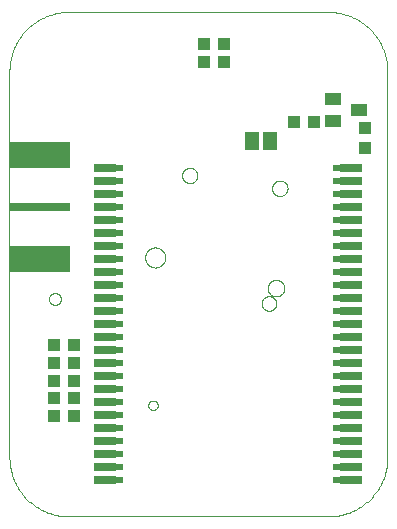
<source format=gbp>
G75*
%MOIN*%
%OFA0B0*%
%FSLAX25Y25*%
%IPPOS*%
%LPD*%
%AMOC8*
5,1,8,0,0,1.08239X$1,22.5*
%
%ADD10C,0.00000*%
%ADD11R,0.20000X0.03150*%
%ADD12R,0.20000X0.09000*%
%ADD13R,0.03937X0.04331*%
%ADD14R,0.04331X0.03937*%
%ADD15R,0.03150X0.02362*%
%ADD16R,0.07480X0.03150*%
%ADD17R,0.04600X0.06300*%
%ADD18R,0.05512X0.03937*%
D10*
X0114340Y0151282D02*
X0114340Y0280022D01*
X0114346Y0280498D01*
X0114363Y0280973D01*
X0114392Y0281448D01*
X0114432Y0281922D01*
X0114484Y0282395D01*
X0114547Y0282866D01*
X0114621Y0283336D01*
X0114707Y0283804D01*
X0114804Y0284270D01*
X0114912Y0284733D01*
X0115031Y0285193D01*
X0115162Y0285651D01*
X0115303Y0286105D01*
X0115456Y0286556D01*
X0115619Y0287002D01*
X0115793Y0287445D01*
X0115978Y0287883D01*
X0116173Y0288317D01*
X0116379Y0288746D01*
X0116595Y0289170D01*
X0116821Y0289589D01*
X0117057Y0290002D01*
X0117303Y0290409D01*
X0117559Y0290810D01*
X0117825Y0291204D01*
X0118100Y0291593D01*
X0118384Y0291974D01*
X0118677Y0292348D01*
X0118979Y0292716D01*
X0119291Y0293076D01*
X0119610Y0293428D01*
X0119938Y0293772D01*
X0120275Y0294109D01*
X0120619Y0294437D01*
X0120971Y0294756D01*
X0121331Y0295068D01*
X0121699Y0295370D01*
X0122073Y0295663D01*
X0122454Y0295947D01*
X0122843Y0296222D01*
X0123237Y0296488D01*
X0123638Y0296744D01*
X0124045Y0296990D01*
X0124458Y0297226D01*
X0124877Y0297452D01*
X0125301Y0297668D01*
X0125730Y0297874D01*
X0126164Y0298069D01*
X0126602Y0298254D01*
X0127045Y0298428D01*
X0127491Y0298591D01*
X0127942Y0298744D01*
X0128396Y0298885D01*
X0128854Y0299016D01*
X0129314Y0299135D01*
X0129777Y0299243D01*
X0130243Y0299340D01*
X0130711Y0299426D01*
X0131181Y0299500D01*
X0131652Y0299563D01*
X0132125Y0299615D01*
X0132599Y0299655D01*
X0133074Y0299684D01*
X0133549Y0299701D01*
X0134025Y0299707D01*
X0220639Y0299707D01*
X0221115Y0299701D01*
X0221590Y0299684D01*
X0222065Y0299655D01*
X0222539Y0299615D01*
X0223012Y0299563D01*
X0223483Y0299500D01*
X0223953Y0299426D01*
X0224421Y0299340D01*
X0224887Y0299243D01*
X0225350Y0299135D01*
X0225810Y0299016D01*
X0226268Y0298885D01*
X0226722Y0298744D01*
X0227173Y0298591D01*
X0227619Y0298428D01*
X0228062Y0298254D01*
X0228500Y0298069D01*
X0228934Y0297874D01*
X0229363Y0297668D01*
X0229787Y0297452D01*
X0230206Y0297226D01*
X0230619Y0296990D01*
X0231026Y0296744D01*
X0231427Y0296488D01*
X0231821Y0296222D01*
X0232210Y0295947D01*
X0232591Y0295663D01*
X0232965Y0295370D01*
X0233333Y0295068D01*
X0233693Y0294756D01*
X0234045Y0294437D01*
X0234389Y0294109D01*
X0234726Y0293772D01*
X0235054Y0293428D01*
X0235373Y0293076D01*
X0235685Y0292716D01*
X0235987Y0292348D01*
X0236280Y0291974D01*
X0236564Y0291593D01*
X0236839Y0291204D01*
X0237105Y0290810D01*
X0237361Y0290409D01*
X0237607Y0290002D01*
X0237843Y0289589D01*
X0238069Y0289170D01*
X0238285Y0288746D01*
X0238491Y0288317D01*
X0238686Y0287883D01*
X0238871Y0287445D01*
X0239045Y0287002D01*
X0239208Y0286556D01*
X0239361Y0286105D01*
X0239502Y0285651D01*
X0239633Y0285193D01*
X0239752Y0284733D01*
X0239860Y0284270D01*
X0239957Y0283804D01*
X0240043Y0283336D01*
X0240117Y0282866D01*
X0240180Y0282395D01*
X0240232Y0281922D01*
X0240272Y0281448D01*
X0240301Y0280973D01*
X0240318Y0280498D01*
X0240324Y0280022D01*
X0240324Y0151282D01*
X0240318Y0150806D01*
X0240301Y0150331D01*
X0240272Y0149856D01*
X0240232Y0149382D01*
X0240180Y0148909D01*
X0240117Y0148438D01*
X0240043Y0147968D01*
X0239957Y0147500D01*
X0239860Y0147034D01*
X0239752Y0146571D01*
X0239633Y0146111D01*
X0239502Y0145653D01*
X0239361Y0145199D01*
X0239208Y0144748D01*
X0239045Y0144302D01*
X0238871Y0143859D01*
X0238686Y0143421D01*
X0238491Y0142987D01*
X0238285Y0142558D01*
X0238069Y0142134D01*
X0237843Y0141715D01*
X0237607Y0141302D01*
X0237361Y0140895D01*
X0237105Y0140494D01*
X0236839Y0140100D01*
X0236564Y0139711D01*
X0236280Y0139330D01*
X0235987Y0138956D01*
X0235685Y0138588D01*
X0235373Y0138228D01*
X0235054Y0137876D01*
X0234726Y0137532D01*
X0234389Y0137195D01*
X0234045Y0136867D01*
X0233693Y0136548D01*
X0233333Y0136236D01*
X0232965Y0135934D01*
X0232591Y0135641D01*
X0232210Y0135357D01*
X0231821Y0135082D01*
X0231427Y0134816D01*
X0231026Y0134560D01*
X0230619Y0134314D01*
X0230206Y0134078D01*
X0229787Y0133852D01*
X0229363Y0133636D01*
X0228934Y0133430D01*
X0228500Y0133235D01*
X0228062Y0133050D01*
X0227619Y0132876D01*
X0227173Y0132713D01*
X0226722Y0132560D01*
X0226268Y0132419D01*
X0225810Y0132288D01*
X0225350Y0132169D01*
X0224887Y0132061D01*
X0224421Y0131964D01*
X0223953Y0131878D01*
X0223483Y0131804D01*
X0223012Y0131741D01*
X0222539Y0131689D01*
X0222065Y0131649D01*
X0221590Y0131620D01*
X0221115Y0131603D01*
X0220639Y0131597D01*
X0134025Y0131597D01*
X0133549Y0131603D01*
X0133074Y0131620D01*
X0132599Y0131649D01*
X0132125Y0131689D01*
X0131652Y0131741D01*
X0131181Y0131804D01*
X0130711Y0131878D01*
X0130243Y0131964D01*
X0129777Y0132061D01*
X0129314Y0132169D01*
X0128854Y0132288D01*
X0128396Y0132419D01*
X0127942Y0132560D01*
X0127491Y0132713D01*
X0127045Y0132876D01*
X0126602Y0133050D01*
X0126164Y0133235D01*
X0125730Y0133430D01*
X0125301Y0133636D01*
X0124877Y0133852D01*
X0124458Y0134078D01*
X0124045Y0134314D01*
X0123638Y0134560D01*
X0123237Y0134816D01*
X0122843Y0135082D01*
X0122454Y0135357D01*
X0122073Y0135641D01*
X0121699Y0135934D01*
X0121331Y0136236D01*
X0120971Y0136548D01*
X0120619Y0136867D01*
X0120275Y0137195D01*
X0119938Y0137532D01*
X0119610Y0137876D01*
X0119291Y0138228D01*
X0118979Y0138588D01*
X0118677Y0138956D01*
X0118384Y0139330D01*
X0118100Y0139711D01*
X0117825Y0140100D01*
X0117559Y0140494D01*
X0117303Y0140895D01*
X0117057Y0141302D01*
X0116821Y0141715D01*
X0116595Y0142134D01*
X0116379Y0142558D01*
X0116173Y0142987D01*
X0115978Y0143421D01*
X0115793Y0143859D01*
X0115619Y0144302D01*
X0115456Y0144748D01*
X0115303Y0145199D01*
X0115162Y0145653D01*
X0115031Y0146111D01*
X0114912Y0146571D01*
X0114804Y0147034D01*
X0114707Y0147500D01*
X0114621Y0147968D01*
X0114547Y0148438D01*
X0114484Y0148909D01*
X0114432Y0149382D01*
X0114392Y0149856D01*
X0114363Y0150331D01*
X0114346Y0150806D01*
X0114340Y0151282D01*
X0127528Y0204038D02*
X0127530Y0204126D01*
X0127536Y0204214D01*
X0127546Y0204302D01*
X0127560Y0204390D01*
X0127577Y0204476D01*
X0127599Y0204562D01*
X0127624Y0204646D01*
X0127654Y0204730D01*
X0127686Y0204812D01*
X0127723Y0204892D01*
X0127763Y0204971D01*
X0127807Y0205048D01*
X0127854Y0205123D01*
X0127904Y0205195D01*
X0127958Y0205266D01*
X0128014Y0205333D01*
X0128074Y0205399D01*
X0128136Y0205461D01*
X0128202Y0205521D01*
X0128269Y0205577D01*
X0128340Y0205631D01*
X0128412Y0205681D01*
X0128487Y0205728D01*
X0128564Y0205772D01*
X0128643Y0205812D01*
X0128723Y0205849D01*
X0128805Y0205881D01*
X0128889Y0205911D01*
X0128973Y0205936D01*
X0129059Y0205958D01*
X0129145Y0205975D01*
X0129233Y0205989D01*
X0129321Y0205999D01*
X0129409Y0206005D01*
X0129497Y0206007D01*
X0129585Y0206005D01*
X0129673Y0205999D01*
X0129761Y0205989D01*
X0129849Y0205975D01*
X0129935Y0205958D01*
X0130021Y0205936D01*
X0130105Y0205911D01*
X0130189Y0205881D01*
X0130271Y0205849D01*
X0130351Y0205812D01*
X0130430Y0205772D01*
X0130507Y0205728D01*
X0130582Y0205681D01*
X0130654Y0205631D01*
X0130725Y0205577D01*
X0130792Y0205521D01*
X0130858Y0205461D01*
X0130920Y0205399D01*
X0130980Y0205333D01*
X0131036Y0205266D01*
X0131090Y0205195D01*
X0131140Y0205123D01*
X0131187Y0205048D01*
X0131231Y0204971D01*
X0131271Y0204892D01*
X0131308Y0204812D01*
X0131340Y0204730D01*
X0131370Y0204646D01*
X0131395Y0204562D01*
X0131417Y0204476D01*
X0131434Y0204390D01*
X0131448Y0204302D01*
X0131458Y0204214D01*
X0131464Y0204126D01*
X0131466Y0204038D01*
X0131464Y0203950D01*
X0131458Y0203862D01*
X0131448Y0203774D01*
X0131434Y0203686D01*
X0131417Y0203600D01*
X0131395Y0203514D01*
X0131370Y0203430D01*
X0131340Y0203346D01*
X0131308Y0203264D01*
X0131271Y0203184D01*
X0131231Y0203105D01*
X0131187Y0203028D01*
X0131140Y0202953D01*
X0131090Y0202881D01*
X0131036Y0202810D01*
X0130980Y0202743D01*
X0130920Y0202677D01*
X0130858Y0202615D01*
X0130792Y0202555D01*
X0130725Y0202499D01*
X0130654Y0202445D01*
X0130582Y0202395D01*
X0130507Y0202348D01*
X0130430Y0202304D01*
X0130351Y0202264D01*
X0130271Y0202227D01*
X0130189Y0202195D01*
X0130105Y0202165D01*
X0130021Y0202140D01*
X0129935Y0202118D01*
X0129849Y0202101D01*
X0129761Y0202087D01*
X0129673Y0202077D01*
X0129585Y0202071D01*
X0129497Y0202069D01*
X0129409Y0202071D01*
X0129321Y0202077D01*
X0129233Y0202087D01*
X0129145Y0202101D01*
X0129059Y0202118D01*
X0128973Y0202140D01*
X0128889Y0202165D01*
X0128805Y0202195D01*
X0128723Y0202227D01*
X0128643Y0202264D01*
X0128564Y0202304D01*
X0128487Y0202348D01*
X0128412Y0202395D01*
X0128340Y0202445D01*
X0128269Y0202499D01*
X0128202Y0202555D01*
X0128136Y0202615D01*
X0128074Y0202677D01*
X0128014Y0202743D01*
X0127958Y0202810D01*
X0127904Y0202881D01*
X0127854Y0202953D01*
X0127807Y0203028D01*
X0127763Y0203105D01*
X0127723Y0203184D01*
X0127686Y0203264D01*
X0127654Y0203346D01*
X0127624Y0203430D01*
X0127599Y0203514D01*
X0127577Y0203600D01*
X0127560Y0203686D01*
X0127546Y0203774D01*
X0127536Y0203862D01*
X0127530Y0203950D01*
X0127528Y0204038D01*
X0114340Y0212747D02*
X0114340Y0256747D01*
X0159576Y0217896D02*
X0159578Y0218011D01*
X0159584Y0218127D01*
X0159594Y0218242D01*
X0159608Y0218357D01*
X0159626Y0218471D01*
X0159648Y0218584D01*
X0159673Y0218697D01*
X0159703Y0218808D01*
X0159736Y0218919D01*
X0159773Y0219028D01*
X0159814Y0219136D01*
X0159859Y0219243D01*
X0159907Y0219348D01*
X0159959Y0219451D01*
X0160015Y0219552D01*
X0160074Y0219652D01*
X0160136Y0219749D01*
X0160202Y0219844D01*
X0160270Y0219937D01*
X0160342Y0220027D01*
X0160417Y0220115D01*
X0160496Y0220200D01*
X0160577Y0220282D01*
X0160660Y0220362D01*
X0160747Y0220438D01*
X0160836Y0220512D01*
X0160927Y0220582D01*
X0161021Y0220650D01*
X0161117Y0220714D01*
X0161216Y0220774D01*
X0161316Y0220831D01*
X0161418Y0220885D01*
X0161522Y0220935D01*
X0161628Y0220982D01*
X0161735Y0221025D01*
X0161844Y0221064D01*
X0161954Y0221099D01*
X0162065Y0221130D01*
X0162177Y0221158D01*
X0162290Y0221182D01*
X0162404Y0221202D01*
X0162519Y0221218D01*
X0162634Y0221230D01*
X0162749Y0221238D01*
X0162864Y0221242D01*
X0162980Y0221242D01*
X0163095Y0221238D01*
X0163210Y0221230D01*
X0163325Y0221218D01*
X0163440Y0221202D01*
X0163554Y0221182D01*
X0163667Y0221158D01*
X0163779Y0221130D01*
X0163890Y0221099D01*
X0164000Y0221064D01*
X0164109Y0221025D01*
X0164216Y0220982D01*
X0164322Y0220935D01*
X0164426Y0220885D01*
X0164528Y0220831D01*
X0164628Y0220774D01*
X0164727Y0220714D01*
X0164823Y0220650D01*
X0164917Y0220582D01*
X0165008Y0220512D01*
X0165097Y0220438D01*
X0165184Y0220362D01*
X0165267Y0220282D01*
X0165348Y0220200D01*
X0165427Y0220115D01*
X0165502Y0220027D01*
X0165574Y0219937D01*
X0165642Y0219844D01*
X0165708Y0219749D01*
X0165770Y0219652D01*
X0165829Y0219552D01*
X0165885Y0219451D01*
X0165937Y0219348D01*
X0165985Y0219243D01*
X0166030Y0219136D01*
X0166071Y0219028D01*
X0166108Y0218919D01*
X0166141Y0218808D01*
X0166171Y0218697D01*
X0166196Y0218584D01*
X0166218Y0218471D01*
X0166236Y0218357D01*
X0166250Y0218242D01*
X0166260Y0218127D01*
X0166266Y0218011D01*
X0166268Y0217896D01*
X0166266Y0217781D01*
X0166260Y0217665D01*
X0166250Y0217550D01*
X0166236Y0217435D01*
X0166218Y0217321D01*
X0166196Y0217208D01*
X0166171Y0217095D01*
X0166141Y0216984D01*
X0166108Y0216873D01*
X0166071Y0216764D01*
X0166030Y0216656D01*
X0165985Y0216549D01*
X0165937Y0216444D01*
X0165885Y0216341D01*
X0165829Y0216240D01*
X0165770Y0216140D01*
X0165708Y0216043D01*
X0165642Y0215948D01*
X0165574Y0215855D01*
X0165502Y0215765D01*
X0165427Y0215677D01*
X0165348Y0215592D01*
X0165267Y0215510D01*
X0165184Y0215430D01*
X0165097Y0215354D01*
X0165008Y0215280D01*
X0164917Y0215210D01*
X0164823Y0215142D01*
X0164727Y0215078D01*
X0164628Y0215018D01*
X0164528Y0214961D01*
X0164426Y0214907D01*
X0164322Y0214857D01*
X0164216Y0214810D01*
X0164109Y0214767D01*
X0164000Y0214728D01*
X0163890Y0214693D01*
X0163779Y0214662D01*
X0163667Y0214634D01*
X0163554Y0214610D01*
X0163440Y0214590D01*
X0163325Y0214574D01*
X0163210Y0214562D01*
X0163095Y0214554D01*
X0162980Y0214550D01*
X0162864Y0214550D01*
X0162749Y0214554D01*
X0162634Y0214562D01*
X0162519Y0214574D01*
X0162404Y0214590D01*
X0162290Y0214610D01*
X0162177Y0214634D01*
X0162065Y0214662D01*
X0161954Y0214693D01*
X0161844Y0214728D01*
X0161735Y0214767D01*
X0161628Y0214810D01*
X0161522Y0214857D01*
X0161418Y0214907D01*
X0161316Y0214961D01*
X0161216Y0215018D01*
X0161117Y0215078D01*
X0161021Y0215142D01*
X0160927Y0215210D01*
X0160836Y0215280D01*
X0160747Y0215354D01*
X0160660Y0215430D01*
X0160577Y0215510D01*
X0160496Y0215592D01*
X0160417Y0215677D01*
X0160342Y0215765D01*
X0160270Y0215855D01*
X0160202Y0215948D01*
X0160136Y0216043D01*
X0160074Y0216140D01*
X0160015Y0216240D01*
X0159959Y0216341D01*
X0159907Y0216444D01*
X0159859Y0216549D01*
X0159814Y0216656D01*
X0159773Y0216764D01*
X0159736Y0216873D01*
X0159703Y0216984D01*
X0159673Y0217095D01*
X0159648Y0217208D01*
X0159626Y0217321D01*
X0159608Y0217435D01*
X0159594Y0217550D01*
X0159584Y0217665D01*
X0159578Y0217781D01*
X0159576Y0217896D01*
X0171919Y0245219D02*
X0171921Y0245319D01*
X0171927Y0245419D01*
X0171937Y0245519D01*
X0171951Y0245619D01*
X0171968Y0245717D01*
X0171990Y0245815D01*
X0172016Y0245912D01*
X0172045Y0246008D01*
X0172078Y0246103D01*
X0172115Y0246196D01*
X0172155Y0246288D01*
X0172199Y0246378D01*
X0172247Y0246467D01*
X0172298Y0246553D01*
X0172352Y0246637D01*
X0172410Y0246719D01*
X0172471Y0246799D01*
X0172535Y0246877D01*
X0172602Y0246951D01*
X0172672Y0247023D01*
X0172744Y0247092D01*
X0172820Y0247159D01*
X0172897Y0247222D01*
X0172978Y0247282D01*
X0173060Y0247339D01*
X0173145Y0247392D01*
X0173232Y0247442D01*
X0173321Y0247489D01*
X0173412Y0247532D01*
X0173504Y0247572D01*
X0173597Y0247608D01*
X0173693Y0247640D01*
X0173789Y0247668D01*
X0173886Y0247693D01*
X0173984Y0247713D01*
X0174083Y0247730D01*
X0174183Y0247743D01*
X0174283Y0247752D01*
X0174383Y0247757D01*
X0174483Y0247758D01*
X0174583Y0247755D01*
X0174683Y0247748D01*
X0174783Y0247737D01*
X0174882Y0247722D01*
X0174981Y0247704D01*
X0175079Y0247681D01*
X0175176Y0247655D01*
X0175271Y0247624D01*
X0175366Y0247590D01*
X0175459Y0247553D01*
X0175550Y0247511D01*
X0175640Y0247466D01*
X0175728Y0247418D01*
X0175813Y0247366D01*
X0175897Y0247311D01*
X0175979Y0247252D01*
X0176058Y0247191D01*
X0176134Y0247126D01*
X0176208Y0247058D01*
X0176280Y0246988D01*
X0176348Y0246914D01*
X0176414Y0246838D01*
X0176476Y0246760D01*
X0176535Y0246679D01*
X0176591Y0246596D01*
X0176644Y0246510D01*
X0176693Y0246423D01*
X0176739Y0246334D01*
X0176782Y0246243D01*
X0176820Y0246150D01*
X0176855Y0246056D01*
X0176886Y0245961D01*
X0176914Y0245864D01*
X0176937Y0245766D01*
X0176957Y0245668D01*
X0176973Y0245569D01*
X0176985Y0245469D01*
X0176993Y0245369D01*
X0176997Y0245269D01*
X0176997Y0245169D01*
X0176993Y0245069D01*
X0176985Y0244969D01*
X0176973Y0244869D01*
X0176957Y0244770D01*
X0176937Y0244672D01*
X0176914Y0244574D01*
X0176886Y0244477D01*
X0176855Y0244382D01*
X0176820Y0244288D01*
X0176782Y0244195D01*
X0176739Y0244104D01*
X0176693Y0244015D01*
X0176644Y0243928D01*
X0176591Y0243842D01*
X0176535Y0243759D01*
X0176476Y0243678D01*
X0176414Y0243600D01*
X0176348Y0243524D01*
X0176280Y0243450D01*
X0176208Y0243380D01*
X0176134Y0243312D01*
X0176058Y0243247D01*
X0175979Y0243186D01*
X0175897Y0243127D01*
X0175813Y0243072D01*
X0175727Y0243020D01*
X0175640Y0242972D01*
X0175550Y0242927D01*
X0175459Y0242885D01*
X0175366Y0242848D01*
X0175271Y0242814D01*
X0175176Y0242783D01*
X0175079Y0242757D01*
X0174981Y0242734D01*
X0174882Y0242716D01*
X0174783Y0242701D01*
X0174683Y0242690D01*
X0174583Y0242683D01*
X0174483Y0242680D01*
X0174383Y0242681D01*
X0174283Y0242686D01*
X0174183Y0242695D01*
X0174083Y0242708D01*
X0173984Y0242725D01*
X0173886Y0242745D01*
X0173789Y0242770D01*
X0173693Y0242798D01*
X0173597Y0242830D01*
X0173504Y0242866D01*
X0173412Y0242906D01*
X0173321Y0242949D01*
X0173232Y0242996D01*
X0173145Y0243046D01*
X0173060Y0243099D01*
X0172978Y0243156D01*
X0172897Y0243216D01*
X0172820Y0243279D01*
X0172744Y0243346D01*
X0172672Y0243415D01*
X0172602Y0243487D01*
X0172535Y0243561D01*
X0172471Y0243639D01*
X0172410Y0243719D01*
X0172352Y0243801D01*
X0172298Y0243885D01*
X0172247Y0243971D01*
X0172199Y0244060D01*
X0172155Y0244150D01*
X0172115Y0244242D01*
X0172078Y0244335D01*
X0172045Y0244430D01*
X0172016Y0244526D01*
X0171990Y0244623D01*
X0171968Y0244721D01*
X0171951Y0244819D01*
X0171937Y0244919D01*
X0171927Y0245019D01*
X0171921Y0245119D01*
X0171919Y0245219D01*
X0201879Y0240967D02*
X0201881Y0241068D01*
X0201887Y0241169D01*
X0201897Y0241270D01*
X0201911Y0241370D01*
X0201929Y0241470D01*
X0201950Y0241569D01*
X0201976Y0241667D01*
X0202005Y0241764D01*
X0202038Y0241860D01*
X0202075Y0241954D01*
X0202116Y0242047D01*
X0202160Y0242138D01*
X0202208Y0242227D01*
X0202259Y0242315D01*
X0202314Y0242400D01*
X0202372Y0242483D01*
X0202433Y0242564D01*
X0202497Y0242642D01*
X0202564Y0242718D01*
X0202634Y0242791D01*
X0202707Y0242861D01*
X0202783Y0242928D01*
X0202861Y0242992D01*
X0202942Y0243053D01*
X0203025Y0243111D01*
X0203110Y0243166D01*
X0203198Y0243217D01*
X0203287Y0243265D01*
X0203378Y0243309D01*
X0203471Y0243350D01*
X0203565Y0243387D01*
X0203661Y0243420D01*
X0203758Y0243449D01*
X0203856Y0243475D01*
X0203955Y0243496D01*
X0204055Y0243514D01*
X0204155Y0243528D01*
X0204256Y0243538D01*
X0204357Y0243544D01*
X0204458Y0243546D01*
X0204559Y0243544D01*
X0204660Y0243538D01*
X0204761Y0243528D01*
X0204861Y0243514D01*
X0204961Y0243496D01*
X0205060Y0243475D01*
X0205158Y0243449D01*
X0205255Y0243420D01*
X0205351Y0243387D01*
X0205445Y0243350D01*
X0205538Y0243309D01*
X0205629Y0243265D01*
X0205718Y0243217D01*
X0205806Y0243166D01*
X0205891Y0243111D01*
X0205974Y0243053D01*
X0206055Y0242992D01*
X0206133Y0242928D01*
X0206209Y0242861D01*
X0206282Y0242791D01*
X0206352Y0242718D01*
X0206419Y0242642D01*
X0206483Y0242564D01*
X0206544Y0242483D01*
X0206602Y0242400D01*
X0206657Y0242315D01*
X0206708Y0242227D01*
X0206756Y0242138D01*
X0206800Y0242047D01*
X0206841Y0241954D01*
X0206878Y0241860D01*
X0206911Y0241764D01*
X0206940Y0241667D01*
X0206966Y0241569D01*
X0206987Y0241470D01*
X0207005Y0241370D01*
X0207019Y0241270D01*
X0207029Y0241169D01*
X0207035Y0241068D01*
X0207037Y0240967D01*
X0207035Y0240866D01*
X0207029Y0240765D01*
X0207019Y0240664D01*
X0207005Y0240564D01*
X0206987Y0240464D01*
X0206966Y0240365D01*
X0206940Y0240267D01*
X0206911Y0240170D01*
X0206878Y0240074D01*
X0206841Y0239980D01*
X0206800Y0239887D01*
X0206756Y0239796D01*
X0206708Y0239707D01*
X0206657Y0239619D01*
X0206602Y0239534D01*
X0206544Y0239451D01*
X0206483Y0239370D01*
X0206419Y0239292D01*
X0206352Y0239216D01*
X0206282Y0239143D01*
X0206209Y0239073D01*
X0206133Y0239006D01*
X0206055Y0238942D01*
X0205974Y0238881D01*
X0205891Y0238823D01*
X0205806Y0238768D01*
X0205718Y0238717D01*
X0205629Y0238669D01*
X0205538Y0238625D01*
X0205445Y0238584D01*
X0205351Y0238547D01*
X0205255Y0238514D01*
X0205158Y0238485D01*
X0205060Y0238459D01*
X0204961Y0238438D01*
X0204861Y0238420D01*
X0204761Y0238406D01*
X0204660Y0238396D01*
X0204559Y0238390D01*
X0204458Y0238388D01*
X0204357Y0238390D01*
X0204256Y0238396D01*
X0204155Y0238406D01*
X0204055Y0238420D01*
X0203955Y0238438D01*
X0203856Y0238459D01*
X0203758Y0238485D01*
X0203661Y0238514D01*
X0203565Y0238547D01*
X0203471Y0238584D01*
X0203378Y0238625D01*
X0203287Y0238669D01*
X0203198Y0238717D01*
X0203110Y0238768D01*
X0203025Y0238823D01*
X0202942Y0238881D01*
X0202861Y0238942D01*
X0202783Y0239006D01*
X0202707Y0239073D01*
X0202634Y0239143D01*
X0202564Y0239216D01*
X0202497Y0239292D01*
X0202433Y0239370D01*
X0202372Y0239451D01*
X0202314Y0239534D01*
X0202259Y0239619D01*
X0202208Y0239707D01*
X0202160Y0239796D01*
X0202116Y0239887D01*
X0202075Y0239980D01*
X0202038Y0240074D01*
X0202005Y0240170D01*
X0201976Y0240267D01*
X0201950Y0240365D01*
X0201929Y0240464D01*
X0201911Y0240564D01*
X0201897Y0240664D01*
X0201887Y0240765D01*
X0201881Y0240866D01*
X0201879Y0240967D01*
X0200442Y0207660D02*
X0200444Y0207765D01*
X0200450Y0207870D01*
X0200460Y0207974D01*
X0200474Y0208078D01*
X0200492Y0208182D01*
X0200514Y0208284D01*
X0200539Y0208386D01*
X0200569Y0208487D01*
X0200602Y0208586D01*
X0200639Y0208684D01*
X0200680Y0208781D01*
X0200725Y0208876D01*
X0200773Y0208969D01*
X0200824Y0209061D01*
X0200880Y0209150D01*
X0200938Y0209237D01*
X0201000Y0209322D01*
X0201064Y0209405D01*
X0201132Y0209485D01*
X0201203Y0209562D01*
X0201277Y0209636D01*
X0201354Y0209708D01*
X0201433Y0209777D01*
X0201515Y0209842D01*
X0201599Y0209905D01*
X0201686Y0209964D01*
X0201775Y0210020D01*
X0201866Y0210073D01*
X0201959Y0210122D01*
X0202053Y0210167D01*
X0202149Y0210209D01*
X0202247Y0210247D01*
X0202346Y0210281D01*
X0202447Y0210312D01*
X0202548Y0210338D01*
X0202651Y0210361D01*
X0202754Y0210380D01*
X0202858Y0210395D01*
X0202962Y0210406D01*
X0203067Y0210413D01*
X0203172Y0210416D01*
X0203277Y0210415D01*
X0203382Y0210410D01*
X0203486Y0210401D01*
X0203590Y0210388D01*
X0203694Y0210371D01*
X0203797Y0210350D01*
X0203899Y0210325D01*
X0204000Y0210297D01*
X0204099Y0210264D01*
X0204198Y0210228D01*
X0204295Y0210188D01*
X0204390Y0210145D01*
X0204484Y0210097D01*
X0204576Y0210047D01*
X0204666Y0209993D01*
X0204754Y0209935D01*
X0204839Y0209874D01*
X0204922Y0209810D01*
X0205003Y0209743D01*
X0205081Y0209673D01*
X0205156Y0209599D01*
X0205228Y0209524D01*
X0205298Y0209445D01*
X0205364Y0209364D01*
X0205428Y0209280D01*
X0205488Y0209194D01*
X0205544Y0209106D01*
X0205598Y0209015D01*
X0205648Y0208923D01*
X0205694Y0208829D01*
X0205737Y0208733D01*
X0205776Y0208635D01*
X0205811Y0208537D01*
X0205842Y0208436D01*
X0205870Y0208335D01*
X0205894Y0208233D01*
X0205914Y0208130D01*
X0205930Y0208026D01*
X0205942Y0207922D01*
X0205950Y0207817D01*
X0205954Y0207712D01*
X0205954Y0207608D01*
X0205950Y0207503D01*
X0205942Y0207398D01*
X0205930Y0207294D01*
X0205914Y0207190D01*
X0205894Y0207087D01*
X0205870Y0206985D01*
X0205842Y0206884D01*
X0205811Y0206783D01*
X0205776Y0206685D01*
X0205737Y0206587D01*
X0205694Y0206491D01*
X0205648Y0206397D01*
X0205598Y0206305D01*
X0205544Y0206214D01*
X0205488Y0206126D01*
X0205428Y0206040D01*
X0205364Y0205956D01*
X0205298Y0205875D01*
X0205228Y0205796D01*
X0205156Y0205721D01*
X0205081Y0205647D01*
X0205003Y0205577D01*
X0204922Y0205510D01*
X0204839Y0205446D01*
X0204754Y0205385D01*
X0204666Y0205327D01*
X0204576Y0205273D01*
X0204484Y0205223D01*
X0204390Y0205175D01*
X0204295Y0205132D01*
X0204198Y0205092D01*
X0204099Y0205056D01*
X0204000Y0205023D01*
X0203899Y0204995D01*
X0203797Y0204970D01*
X0203694Y0204949D01*
X0203590Y0204932D01*
X0203486Y0204919D01*
X0203382Y0204910D01*
X0203277Y0204905D01*
X0203172Y0204904D01*
X0203067Y0204907D01*
X0202962Y0204914D01*
X0202858Y0204925D01*
X0202754Y0204940D01*
X0202651Y0204959D01*
X0202548Y0204982D01*
X0202447Y0205008D01*
X0202346Y0205039D01*
X0202247Y0205073D01*
X0202149Y0205111D01*
X0202053Y0205153D01*
X0201959Y0205198D01*
X0201866Y0205247D01*
X0201775Y0205300D01*
X0201686Y0205356D01*
X0201599Y0205415D01*
X0201515Y0205478D01*
X0201433Y0205543D01*
X0201354Y0205612D01*
X0201277Y0205684D01*
X0201203Y0205758D01*
X0201132Y0205835D01*
X0201064Y0205915D01*
X0201000Y0205998D01*
X0200938Y0206083D01*
X0200880Y0206170D01*
X0200824Y0206259D01*
X0200773Y0206351D01*
X0200725Y0206444D01*
X0200680Y0206539D01*
X0200639Y0206636D01*
X0200602Y0206734D01*
X0200569Y0206833D01*
X0200539Y0206934D01*
X0200514Y0207036D01*
X0200492Y0207138D01*
X0200474Y0207242D01*
X0200460Y0207346D01*
X0200450Y0207450D01*
X0200444Y0207555D01*
X0200442Y0207660D01*
X0198395Y0202542D02*
X0198397Y0202640D01*
X0198403Y0202738D01*
X0198413Y0202836D01*
X0198427Y0202934D01*
X0198444Y0203030D01*
X0198466Y0203126D01*
X0198491Y0203221D01*
X0198521Y0203315D01*
X0198554Y0203408D01*
X0198590Y0203499D01*
X0198631Y0203588D01*
X0198675Y0203676D01*
X0198722Y0203762D01*
X0198773Y0203847D01*
X0198827Y0203929D01*
X0198885Y0204008D01*
X0198945Y0204086D01*
X0199009Y0204161D01*
X0199076Y0204233D01*
X0199145Y0204302D01*
X0199217Y0204369D01*
X0199292Y0204433D01*
X0199370Y0204493D01*
X0199449Y0204551D01*
X0199531Y0204605D01*
X0199615Y0204656D01*
X0199702Y0204703D01*
X0199790Y0204747D01*
X0199879Y0204788D01*
X0199970Y0204824D01*
X0200063Y0204857D01*
X0200157Y0204887D01*
X0200252Y0204912D01*
X0200348Y0204934D01*
X0200444Y0204951D01*
X0200542Y0204965D01*
X0200640Y0204975D01*
X0200738Y0204981D01*
X0200836Y0204983D01*
X0200934Y0204981D01*
X0201032Y0204975D01*
X0201130Y0204965D01*
X0201228Y0204951D01*
X0201324Y0204934D01*
X0201420Y0204912D01*
X0201515Y0204887D01*
X0201609Y0204857D01*
X0201702Y0204824D01*
X0201793Y0204788D01*
X0201882Y0204747D01*
X0201970Y0204703D01*
X0202056Y0204656D01*
X0202141Y0204605D01*
X0202223Y0204551D01*
X0202302Y0204493D01*
X0202380Y0204433D01*
X0202455Y0204369D01*
X0202527Y0204302D01*
X0202596Y0204233D01*
X0202663Y0204161D01*
X0202727Y0204086D01*
X0202787Y0204008D01*
X0202845Y0203929D01*
X0202899Y0203847D01*
X0202950Y0203763D01*
X0202997Y0203676D01*
X0203041Y0203588D01*
X0203082Y0203499D01*
X0203118Y0203408D01*
X0203151Y0203315D01*
X0203181Y0203221D01*
X0203206Y0203126D01*
X0203228Y0203030D01*
X0203245Y0202934D01*
X0203259Y0202836D01*
X0203269Y0202738D01*
X0203275Y0202640D01*
X0203277Y0202542D01*
X0203275Y0202444D01*
X0203269Y0202346D01*
X0203259Y0202248D01*
X0203245Y0202150D01*
X0203228Y0202054D01*
X0203206Y0201958D01*
X0203181Y0201863D01*
X0203151Y0201769D01*
X0203118Y0201676D01*
X0203082Y0201585D01*
X0203041Y0201496D01*
X0202997Y0201408D01*
X0202950Y0201322D01*
X0202899Y0201237D01*
X0202845Y0201155D01*
X0202787Y0201076D01*
X0202727Y0200998D01*
X0202663Y0200923D01*
X0202596Y0200851D01*
X0202527Y0200782D01*
X0202455Y0200715D01*
X0202380Y0200651D01*
X0202302Y0200591D01*
X0202223Y0200533D01*
X0202141Y0200479D01*
X0202057Y0200428D01*
X0201970Y0200381D01*
X0201882Y0200337D01*
X0201793Y0200296D01*
X0201702Y0200260D01*
X0201609Y0200227D01*
X0201515Y0200197D01*
X0201420Y0200172D01*
X0201324Y0200150D01*
X0201228Y0200133D01*
X0201130Y0200119D01*
X0201032Y0200109D01*
X0200934Y0200103D01*
X0200836Y0200101D01*
X0200738Y0200103D01*
X0200640Y0200109D01*
X0200542Y0200119D01*
X0200444Y0200133D01*
X0200348Y0200150D01*
X0200252Y0200172D01*
X0200157Y0200197D01*
X0200063Y0200227D01*
X0199970Y0200260D01*
X0199879Y0200296D01*
X0199790Y0200337D01*
X0199702Y0200381D01*
X0199616Y0200428D01*
X0199531Y0200479D01*
X0199449Y0200533D01*
X0199370Y0200591D01*
X0199292Y0200651D01*
X0199217Y0200715D01*
X0199145Y0200782D01*
X0199076Y0200851D01*
X0199009Y0200923D01*
X0198945Y0200998D01*
X0198885Y0201076D01*
X0198827Y0201155D01*
X0198773Y0201237D01*
X0198722Y0201321D01*
X0198675Y0201408D01*
X0198631Y0201496D01*
X0198590Y0201585D01*
X0198554Y0201676D01*
X0198521Y0201769D01*
X0198491Y0201863D01*
X0198466Y0201958D01*
X0198444Y0202054D01*
X0198427Y0202150D01*
X0198413Y0202248D01*
X0198403Y0202346D01*
X0198397Y0202444D01*
X0198395Y0202542D01*
X0160599Y0168605D02*
X0160601Y0168684D01*
X0160607Y0168763D01*
X0160617Y0168842D01*
X0160631Y0168920D01*
X0160648Y0168997D01*
X0160670Y0169073D01*
X0160695Y0169148D01*
X0160725Y0169221D01*
X0160757Y0169293D01*
X0160794Y0169364D01*
X0160834Y0169432D01*
X0160877Y0169498D01*
X0160923Y0169562D01*
X0160973Y0169624D01*
X0161026Y0169683D01*
X0161081Y0169739D01*
X0161140Y0169793D01*
X0161201Y0169843D01*
X0161264Y0169891D01*
X0161330Y0169935D01*
X0161398Y0169976D01*
X0161468Y0170013D01*
X0161539Y0170047D01*
X0161613Y0170077D01*
X0161687Y0170103D01*
X0161763Y0170125D01*
X0161840Y0170144D01*
X0161918Y0170159D01*
X0161996Y0170170D01*
X0162075Y0170177D01*
X0162154Y0170180D01*
X0162233Y0170179D01*
X0162312Y0170174D01*
X0162391Y0170165D01*
X0162469Y0170152D01*
X0162546Y0170135D01*
X0162623Y0170115D01*
X0162698Y0170090D01*
X0162772Y0170062D01*
X0162845Y0170030D01*
X0162915Y0169995D01*
X0162984Y0169956D01*
X0163051Y0169913D01*
X0163116Y0169867D01*
X0163178Y0169819D01*
X0163238Y0169767D01*
X0163295Y0169712D01*
X0163349Y0169654D01*
X0163400Y0169594D01*
X0163448Y0169531D01*
X0163493Y0169466D01*
X0163535Y0169398D01*
X0163573Y0169329D01*
X0163607Y0169258D01*
X0163638Y0169185D01*
X0163666Y0169110D01*
X0163689Y0169035D01*
X0163709Y0168958D01*
X0163725Y0168881D01*
X0163737Y0168802D01*
X0163745Y0168724D01*
X0163749Y0168645D01*
X0163749Y0168565D01*
X0163745Y0168486D01*
X0163737Y0168408D01*
X0163725Y0168329D01*
X0163709Y0168252D01*
X0163689Y0168175D01*
X0163666Y0168100D01*
X0163638Y0168025D01*
X0163607Y0167952D01*
X0163573Y0167881D01*
X0163535Y0167812D01*
X0163493Y0167744D01*
X0163448Y0167679D01*
X0163400Y0167616D01*
X0163349Y0167556D01*
X0163295Y0167498D01*
X0163238Y0167443D01*
X0163178Y0167391D01*
X0163116Y0167343D01*
X0163051Y0167297D01*
X0162984Y0167254D01*
X0162915Y0167215D01*
X0162845Y0167180D01*
X0162772Y0167148D01*
X0162698Y0167120D01*
X0162623Y0167095D01*
X0162546Y0167075D01*
X0162469Y0167058D01*
X0162391Y0167045D01*
X0162312Y0167036D01*
X0162233Y0167031D01*
X0162154Y0167030D01*
X0162075Y0167033D01*
X0161996Y0167040D01*
X0161918Y0167051D01*
X0161840Y0167066D01*
X0161763Y0167085D01*
X0161687Y0167107D01*
X0161613Y0167133D01*
X0161539Y0167163D01*
X0161468Y0167197D01*
X0161398Y0167234D01*
X0161330Y0167275D01*
X0161264Y0167319D01*
X0161201Y0167367D01*
X0161140Y0167417D01*
X0161081Y0167471D01*
X0161026Y0167527D01*
X0160973Y0167586D01*
X0160923Y0167648D01*
X0160877Y0167712D01*
X0160834Y0167778D01*
X0160794Y0167846D01*
X0160757Y0167917D01*
X0160725Y0167989D01*
X0160695Y0168062D01*
X0160670Y0168137D01*
X0160648Y0168213D01*
X0160631Y0168290D01*
X0160617Y0168368D01*
X0160607Y0168447D01*
X0160601Y0168526D01*
X0160599Y0168605D01*
D11*
X0124440Y0234747D03*
D12*
X0124440Y0252147D03*
X0124440Y0217347D03*
D13*
X0129103Y0188684D03*
X0129103Y0182778D03*
X0129103Y0176872D03*
X0129103Y0170967D03*
X0129103Y0165061D03*
X0135796Y0165061D03*
X0135796Y0170967D03*
X0135796Y0176872D03*
X0135796Y0182778D03*
X0135796Y0188684D03*
X0209025Y0263093D03*
X0215718Y0263093D03*
X0185796Y0283172D03*
X0185796Y0289077D03*
X0179103Y0289077D03*
X0179103Y0283172D03*
D14*
X0232844Y0260928D03*
X0232844Y0254235D03*
D15*
X0223395Y0247739D03*
X0223395Y0243408D03*
X0223395Y0239077D03*
X0223395Y0234747D03*
X0223395Y0230416D03*
X0223395Y0226085D03*
X0223395Y0221754D03*
X0223395Y0217424D03*
X0223395Y0213093D03*
X0223395Y0208762D03*
X0223395Y0204432D03*
X0223395Y0200101D03*
X0223395Y0195770D03*
X0223395Y0191439D03*
X0223395Y0187109D03*
X0223395Y0182778D03*
X0223395Y0178447D03*
X0223395Y0174117D03*
X0223395Y0169786D03*
X0223395Y0165455D03*
X0223395Y0161124D03*
X0223395Y0156794D03*
X0223395Y0152463D03*
X0223395Y0148132D03*
X0223395Y0143802D03*
X0150954Y0143802D03*
X0150954Y0148132D03*
X0150954Y0152463D03*
X0150954Y0156794D03*
X0150954Y0161124D03*
X0150954Y0165455D03*
X0150954Y0169786D03*
X0150954Y0174117D03*
X0150954Y0178447D03*
X0150954Y0182778D03*
X0150954Y0187109D03*
X0150954Y0191439D03*
X0150954Y0195770D03*
X0150954Y0200101D03*
X0150954Y0204432D03*
X0150954Y0208762D03*
X0150954Y0213093D03*
X0150954Y0217424D03*
X0150954Y0221754D03*
X0150954Y0226085D03*
X0150954Y0230416D03*
X0150954Y0234747D03*
X0150954Y0239077D03*
X0150954Y0243408D03*
X0150954Y0247739D03*
D16*
X0146229Y0247739D03*
X0146229Y0243408D03*
X0146229Y0239077D03*
X0146229Y0234747D03*
X0146229Y0230416D03*
X0146229Y0226085D03*
X0146229Y0221754D03*
X0146229Y0217424D03*
X0146229Y0213093D03*
X0146229Y0208762D03*
X0146229Y0204432D03*
X0146229Y0200101D03*
X0146229Y0195770D03*
X0146229Y0191439D03*
X0146229Y0187109D03*
X0146229Y0182778D03*
X0146229Y0178447D03*
X0146229Y0174117D03*
X0146229Y0169786D03*
X0146229Y0165455D03*
X0146229Y0161124D03*
X0146229Y0156794D03*
X0146229Y0152463D03*
X0146229Y0148132D03*
X0146229Y0143802D03*
X0228119Y0143802D03*
X0228119Y0148132D03*
X0228119Y0152463D03*
X0228119Y0156794D03*
X0228119Y0161124D03*
X0228119Y0165455D03*
X0228119Y0169786D03*
X0228119Y0174117D03*
X0228119Y0178447D03*
X0228119Y0182778D03*
X0228119Y0187109D03*
X0228119Y0191439D03*
X0228119Y0195770D03*
X0228119Y0200101D03*
X0228119Y0204432D03*
X0228119Y0208762D03*
X0228119Y0213093D03*
X0228119Y0217424D03*
X0228119Y0221754D03*
X0228119Y0226085D03*
X0228119Y0230416D03*
X0228119Y0234747D03*
X0228119Y0239077D03*
X0228119Y0243408D03*
X0228119Y0247739D03*
D17*
X0201198Y0256794D03*
X0195198Y0256794D03*
D18*
X0222214Y0263290D03*
X0222214Y0270770D03*
X0230875Y0267030D03*
M02*

</source>
